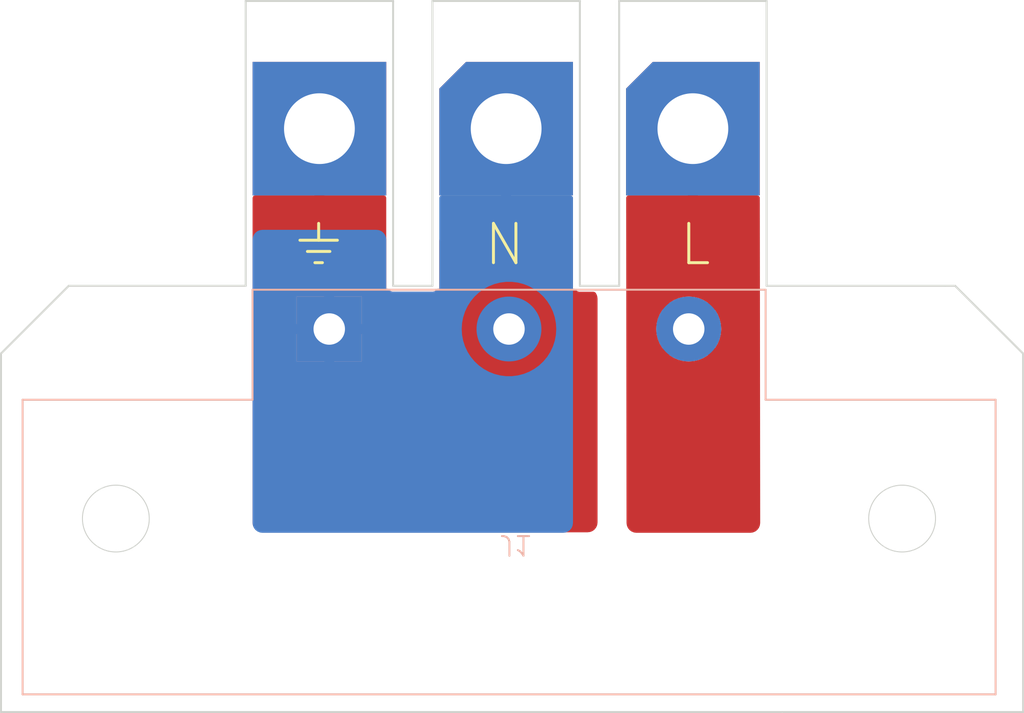
<source format=kicad_pcb>
(kicad_pcb (version 20240108) (generator "pcbnew") (generator_version "8.0")
  (layers (0 "F.Cu" signal) (31 "B.Cu" signal) (34 "B.Paste" user) (35 "F.Paste" user) (36 "B.SilkS" user "B.Silkscreen") (37 "F.SilkS" user "F.Silkscreen") (38 "B.Mask" user) (39 "F.Mask" user) (44 "Edge.Cuts" user))
  (net 0 "")
  (net 1 "Net-(J1-AC_N)")
  (net 2 "Net-(J1-EARTH)")
  (net 3 "Net-(J1-AC_P)")
  (footprint "power_supply:UHP-200A-5_input" (layer "F.Cu") (at 180.2 107.55)
    (property "Reference" "U1" (at 0 -0.5 0) (layer "F.SilkS") (effects (font (thickness 0.1))))
    (property "Value" "~")
    (pad "1" thru_hole rect (at 0 0) (size 6.8 6.8) (drill 3.6) (layers "*.Cu" "*.Mask") (net 2 "Net-(J1-EARTH)"))
    (pad "2" thru_hole roundrect (at 9.5 0) (size 6.8 6.8) (drill 3.6) (layers "*.Cu" "*.Mask") (roundrect_rratio 0) (chamfer_ratio 0.2) (chamfer top_left) (net 1 "Net-(J1-AC_N)"))
    (pad "3" thru_hole roundrect (at 19 0) (size 6.8 6.8) (drill 3.6) (layers "*.Cu" "*.Mask") (roundrect_rratio 0) (chamfer_ratio 0.2) (chamfer top_left) (net 3 "Net-(J1-AC_P)"))
  )
  (footprint "Connector_power:Connector_C14_earth" (layer "B.Cu") (at 180.7 117.75)
    (property "Reference" "J1" (at 9.5 11 180) (layer "B.SilkS") (effects (font (thickness 0.1)) (justify mirror)))
    (property "Value" "Conn_WallSocket_Earth")
    (fp_line (start -15.6 3.6) (end -3.9 3.6) (stroke (width 0.1)) (layer "B.SilkS"))
    (fp_line (start -15.6 18.6) (end -15.6 3.6) (stroke (width 0.1)) (layer "B.SilkS"))
    (fp_line (start -3.9 -2) (end 22.2 -2) (stroke (width 0.1)) (layer "B.SilkS"))
    (fp_line (start -3.9 3.6) (end -3.9 -2) (stroke (width 0.1)) (layer "B.SilkS"))
    (fp_line (start 22.2 -2) (end 22.2 3.6) (stroke (width 0.1)) (layer "B.SilkS"))
    (fp_line (start 22.2 3.6) (end 33.9 3.6) (stroke (width 0.1)) (layer "B.SilkS"))
    (fp_line (start 33.9 3.6) (end 33.9 18.6) (stroke (width 0.1)) (layer "B.SilkS"))
    (fp_line (start 33.9 18.6) (end -15.6 18.6) (stroke (width 0.1)) (layer "B.SilkS"))
    (fp_circle (center -10.856 9.65) (end -9.156 9.65) (stroke (width 0.05)) (fill none) (layer "Edge.Cuts"))
    (fp_circle (center 29.144 9.65) (end 30.844 9.65) (stroke (width 0.05)) (fill none) (layer "Edge.Cuts"))
    (pad "1" thru_hole rect (at 0 0) (size 3.3 3.3) (drill 1.6) (layers "*.Cu" "*.Mask") (net 1 "Net-(J1-AC_N)"))
    (pad "2" thru_hole circle (at 9.144 0) (size 3.3 3.3) (drill 1.6) (layers "*.Cu" "*.Mask") (net 2 "Net-(J1-EARTH)"))
    (pad "3" thru_hole circle (at 18.288 0) (size 3.3 3.3) (drill 1.6) (layers "*.Cu" "*.Mask") (net 3 "Net-(J1-AC_P)"))
  )
  (gr_line (start 212 115.55) (end 212.54 115.55) (stroke (width 0.1)) (layer "Edge.Cuts"))
  (gr_line (start 193.45 101.05) (end 185.95 101.05) (stroke (width 0.1)) (layer "Edge.Cuts"))
  (gr_line (start 202.95 115.55) (end 212 115.55) (stroke (width 0.1)) (layer "Edge.Cuts"))
  (gr_line (start 185.95 115.55) (end 183.95 115.55) (stroke (width 0.1)) (layer "Edge.Cuts"))
  (gr_line (start 164 137.25) (end 164 119) (stroke (width 0.1)) (layer "Edge.Cuts"))
  (gr_line (start 216 119) (end 212.54 115.55) (stroke (width 0.1)) (layer "Edge.Cuts"))
  (gr_line (start 176.45 115.55) (end 167.45 115.55) (stroke (width 0.1)) (layer "Edge.Cuts"))
  (gr_line (start 176.45 101.05) (end 176.45 115.55) (stroke (width 0.1)) (layer "Edge.Cuts"))
  (gr_line (start 183.95 115.55) (end 183.95 101.05) (stroke (width 0.1)) (layer "Edge.Cuts"))
  (gr_line (start 195.45 101.05) (end 195.45 115.55) (stroke (width 0.1)) (layer "Edge.Cuts"))
  (gr_line (start 203.75 137.25) (end 164 137.25) (stroke (width 0.1)) (layer "Edge.Cuts"))
  (gr_line (start 216 119) (end 216 137.25) (stroke (width 0.1)) (layer "Edge.Cuts"))
  (gr_line (start 216 137.25) (end 203.75 137.25) (stroke (width 0.1)) (layer "Edge.Cuts"))
  (gr_line (start 167 116) (end 167.45 115.55) (stroke (width 0.1)) (layer "Edge.Cuts"))
  (gr_line (start 183.95 101.05) (end 176.45 101.05) (stroke (width 0.1)) (layer "Edge.Cuts"))
  (gr_line (start 202.95 115.55) (end 202.95 101.05) (stroke (width 0.1)) (layer "Edge.Cuts"))
  (gr_line (start 185.95 101.05) (end 185.95 115.55) (stroke (width 0.1)) (layer "Edge.Cuts"))
  (gr_line (start 195.45 115.55) (end 193.45 115.55) (stroke (width 0.1)) (layer "Edge.Cuts"))
  (gr_line (start 202.95 101.05) (end 195.45 101.05) (stroke (width 0.1)) (layer "Edge.Cuts"))
  (gr_line (start 164 119) (end 167 116) (stroke (width 0.1)) (layer "Edge.Cuts"))
  (gr_line (start 193.45 115.55) (end 193.45 101.05) (stroke (width 0.1)) (layer "Edge.Cuts"))
  (gr_text "N" (at 189.625 114.625 0) (layer "F.SilkS") (effects (font (size 2 2)) (justify bottom)))
  (gr_text "L" (at 199.325 114.625 0) (layer "F.SilkS") (effects (font (size 2 2)) (justify bottom)))
  (gr_text "⏚" (at 178.825 114.625 0) (layer "F.SilkS") (effects (font (size 2 2)) (justify left bottom)))
  (zone (net 2) (net_name "Net-(J1-EARTH)") (layer "F.Cu") (priority 3) (connect_pads (clearance 0.75)) (min_thickness 0.25) (fill yes (thermal_gap 0.5) (thermal_bridge_width 0.5) (smoothing fillet) (radius 0.5))
    (polygon (pts (xy 186.3 112.75) (xy 193.1 112.75) (xy 193.1 115.8) (xy 186.3 115.8)))
  )
  (zone (net 3) (net_name "Net-(J1-AC_P)") (layer "F.Cu") (connect_pads (clearance 0.75)) (min_thickness 0.25) (fill yes (thermal_gap 0) (thermal_bridge_width 0.5) (smoothing fillet) (radius 0.5))
    (polygon (pts (xy 195.8 106.35) (xy 202.6 106.35) (xy 202.625 128.125) (xy 195.825 128.125)))
  )
  (zone (net 2) (net_name "Net-(J1-EARTH)") (layer "F.Cu") (priority 1) (connect_pads (clearance 0.75)) (min_thickness 0.25) (fill yes (thermal_gap 0) (thermal_bridge_width 0.5) (smoothing fillet) (radius 0.5))
    (polygon (pts (xy 176.8 107) (xy 183.6 107) (xy 183.6 115.7) (xy 194.35 115.7) (xy 194.35 128.1) (xy 176.8 128.1)))
  )
  (zone (net 1) (net_name "Net-(J1-AC_N)") (layer "B.Cu") (priority 3) (connect_pads (clearance 0.75)) (min_thickness 0.25) (fill yes (thermal_gap 0.5) (thermal_bridge_width 0.5) (smoothing fillet) (radius 0.5))
    (polygon (pts (xy 176.8 112.7) (xy 183.6 112.7) (xy 183.6 115.75) (xy 176.8 115.75)))
  )
  (zone (net 1) (net_name "Net-(J1-AC_N)") (layer "B.Cu") (priority 2) (connect_pads (clearance 0.75)) (min_thickness 0.25) (fill yes (thermal_gap 0) (thermal_bridge_width 0.5) (smoothing fillet) (radius 0.5))
    (polygon (pts (xy 186.3 106.8) (xy 193.1 106.8) (xy 193.1 128.125) (xy 176.8 128.125) (xy 176.8 115.7) (xy 186.3 115.7)))
  )
)
</source>
